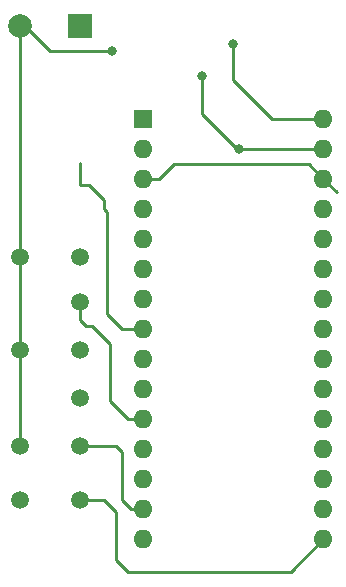
<source format=gbr>
%TF.GenerationSoftware,KiCad,Pcbnew,(5.1.9)-1*%
%TF.CreationDate,2023-04-30T12:58:08+02:00*%
%TF.ProjectId,NANO_Bot,4e414e4f-5f42-46f7-942e-6b696361645f,rev?*%
%TF.SameCoordinates,Original*%
%TF.FileFunction,Copper,L2,Bot*%
%TF.FilePolarity,Positive*%
%FSLAX46Y46*%
G04 Gerber Fmt 4.6, Leading zero omitted, Abs format (unit mm)*
G04 Created by KiCad (PCBNEW (5.1.9)-1) date 2023-04-30 12:58:08*
%MOMM*%
%LPD*%
G01*
G04 APERTURE LIST*
%TA.AperFunction,ComponentPad*%
%ADD10C,1.500000*%
%TD*%
%TA.AperFunction,ComponentPad*%
%ADD11R,1.600000X1.600000*%
%TD*%
%TA.AperFunction,ComponentPad*%
%ADD12O,1.600000X1.600000*%
%TD*%
%TA.AperFunction,ComponentPad*%
%ADD13C,2.000000*%
%TD*%
%TA.AperFunction,ComponentPad*%
%ADD14R,2.000000X2.000000*%
%TD*%
%TA.AperFunction,ViaPad*%
%ADD15C,0.800000*%
%TD*%
%TA.AperFunction,Conductor*%
%ADD16C,0.250000*%
%TD*%
G04 APERTURE END LIST*
D10*
%TO.P,LP_rund,1*%
%TO.N,Net-(A1-Pad27)*%
X111506000Y-344932000D03*
%TD*%
%TO.P,LP_rund,1*%
%TO.N,Net-(A1-Pad29)*%
X111506000Y-340360000D03*
%TD*%
%TO.P,LP_rund,1*%
%TO.N,Net-(A1-Pad16)*%
X116586000Y-344932000D03*
%TD*%
%TO.P,LP_rund,1*%
%TO.N,Net-(A1-Pad13)*%
X116586000Y-336296000D03*
%TD*%
%TO.P,LP_rund,1*%
%TO.N,Net-(A1-Pad12)*%
X116586000Y-332232000D03*
%TD*%
%TO.P,LP_rund,1*%
%TO.N,Net-(A1-Pad14)*%
X116586000Y-340360000D03*
%TD*%
%TO.P,LP_rund,1*%
%TO.N,Net-(A1-Pad11)*%
X116586000Y-328168000D03*
%TD*%
%TO.P,LP_rund,1*%
%TO.N,Net-(A1-Pad10)*%
X116586000Y-324394284D03*
%TD*%
%TO.P,LP_rund,1*%
%TO.N,Net-(A1-Pad29)*%
X111506000Y-332232000D03*
%TD*%
%TO.P,LP_rund,1*%
%TO.N,Net-(A1-Pad29)*%
X111506000Y-324394284D03*
%TD*%
D11*
%TO.P,A1,1*%
%TO.N,Net-(A1-Pad1)*%
X121951001Y-312695001D03*
D12*
%TO.P,A1,17*%
%TO.N,Net-(A1-Pad17)*%
X137191001Y-345715001D03*
%TO.P,A1,2*%
%TO.N,Net-(A1-Pad2)*%
X121951001Y-315235001D03*
%TO.P,A1,18*%
%TO.N,Net-(A1-Pad18)*%
X137191001Y-343175001D03*
%TO.P,A1,3*%
%TO.N,Net-(A1-Pad28)*%
X121951001Y-317775001D03*
%TO.P,A1,19*%
%TO.N,Net-(A1-Pad19)*%
X137191001Y-340635001D03*
%TO.P,A1,4*%
%TO.N,Net-(A1-Pad29)*%
X121951001Y-320315001D03*
%TO.P,A1,20*%
%TO.N,Net-(A1-Pad20)*%
X137191001Y-338095001D03*
%TO.P,A1,5*%
%TO.N,Net-(A1-Pad5)*%
X121951001Y-322855001D03*
%TO.P,A1,21*%
%TO.N,Net-(A1-Pad21)*%
X137191001Y-335555001D03*
%TO.P,A1,6*%
%TO.N,Net-(A1-Pad6)*%
X121951001Y-325395001D03*
%TO.P,A1,22*%
%TO.N,Net-(A1-Pad22)*%
X137191001Y-333015001D03*
%TO.P,A1,7*%
%TO.N,Net-(A1-Pad7)*%
X121951001Y-327935001D03*
%TO.P,A1,23*%
%TO.N,Net-(A1-Pad23)*%
X137191001Y-330475001D03*
%TO.P,A1,8*%
%TO.N,Net-(A1-Pad8)*%
X121951001Y-330475001D03*
%TO.P,A1,24*%
%TO.N,Net-(A1-Pad24)*%
X137191001Y-327935001D03*
%TO.P,A1,9*%
%TO.N,Net-(A1-Pad9)*%
X121951001Y-333015001D03*
%TO.P,A1,25*%
%TO.N,Net-(A1-Pad25)*%
X137191001Y-325395001D03*
%TO.P,A1,10*%
%TO.N,Net-(A1-Pad10)*%
X121951001Y-335555001D03*
%TO.P,A1,26*%
%TO.N,Net-(A1-Pad26)*%
X137191001Y-322855001D03*
%TO.P,A1,11*%
%TO.N,Net-(A1-Pad11)*%
X121951001Y-338095001D03*
%TO.P,A1,27*%
%TO.N,Net-(A1-Pad27)*%
X137191001Y-320315001D03*
%TO.P,A1,12*%
%TO.N,Net-(A1-Pad12)*%
X121951001Y-340635001D03*
%TO.P,A1,28*%
%TO.N,Net-(A1-Pad28)*%
X137191001Y-317775001D03*
%TO.P,A1,13*%
%TO.N,Net-(A1-Pad13)*%
X121951001Y-343175001D03*
%TO.P,A1,29*%
%TO.N,Net-(A1-Pad29)*%
X137191001Y-315235001D03*
%TO.P,A1,14*%
%TO.N,Net-(A1-Pad14)*%
X121951001Y-345715001D03*
%TO.P,A1,30*%
%TO.N,Net-(A1-Pad30)*%
X137191001Y-312695001D03*
%TO.P,A1,15*%
%TO.N,Net-(A1-Pad15)*%
X121951001Y-348255001D03*
%TO.P,A1,16*%
%TO.N,Net-(A1-Pad16)*%
X137191001Y-348255001D03*
%TD*%
D13*
%TO.P,GND,1*%
%TO.N,Net-(A1-Pad29)*%
X111506000Y-304800000D03*
D14*
%TO.P,GND,2*%
%TO.N,Net-(A1-Pad30)*%
X116586000Y-304800000D03*
%TD*%
D15*
%TO.N,Net-(A1-Pad29)*%
X126920000Y-309110000D03*
X119320000Y-306920000D03*
X130069001Y-315235001D03*
%TO.N,Net-(A1-Pad30)*%
X129540000Y-306324000D03*
%TD*%
D16*
%TO.N,Net-(A1-Pad28)*%
X138316002Y-318900002D02*
X137191001Y-317775001D01*
X121951001Y-317775001D02*
X123254999Y-317775001D01*
X123254999Y-317775001D02*
X124510000Y-316520000D01*
X135936000Y-316520000D02*
X137191001Y-317775001D01*
X124510000Y-316520000D02*
X135936000Y-316520000D01*
%TO.N,Net-(A1-Pad29)*%
X126920000Y-312300000D02*
X126920000Y-309110000D01*
X129855001Y-315235001D02*
X126920000Y-312300000D01*
X119320000Y-306920000D02*
X114070000Y-306920000D01*
X111950000Y-304800000D02*
X111506000Y-304800000D01*
X114070000Y-306920000D02*
X111950000Y-304800000D01*
X111506000Y-304800000D02*
X111506000Y-308864000D01*
X111506000Y-308864000D02*
X111506000Y-312420000D01*
X111506000Y-312420000D02*
X111506000Y-314960000D01*
X111506000Y-314960000D02*
X111506000Y-317500000D01*
X111506000Y-317500000D02*
X111506000Y-320040000D01*
X111506000Y-320040000D02*
X111506000Y-322580000D01*
X111506000Y-322580000D02*
X111506000Y-325120000D01*
X111506000Y-325120000D02*
X111506000Y-327660000D01*
X111506000Y-327660000D02*
X111506000Y-330200000D01*
X111506000Y-330200000D02*
X111506000Y-332740000D01*
X111506000Y-332740000D02*
X111506000Y-335280000D01*
X111506000Y-335280000D02*
X111506000Y-337820000D01*
X111506000Y-337820000D02*
X111506000Y-340360000D01*
X130069001Y-315235001D02*
X129855001Y-315235001D01*
X137191001Y-315235001D02*
X130069001Y-315235001D01*
%TO.N,Net-(A1-Pad8)*%
X121951001Y-330475001D02*
X120163001Y-330475001D01*
X120163001Y-330475001D02*
X118872000Y-329184000D01*
X118872000Y-329184000D02*
X118872000Y-320548000D01*
X118872000Y-320548000D02*
X118618000Y-320294000D01*
X118618000Y-320294000D02*
X118618000Y-319532000D01*
X118618000Y-319532000D02*
X117348000Y-318262000D01*
X116586000Y-316411428D02*
X116586000Y-318262000D01*
X116586000Y-318262000D02*
X117348000Y-318262000D01*
%TO.N,Net-(A1-Pad11)*%
X121951001Y-338095001D02*
X120671001Y-338095001D01*
X120671001Y-338095001D02*
X119126000Y-336550000D01*
X119126000Y-336550000D02*
X119126000Y-331724000D01*
X119126000Y-331724000D02*
X117602000Y-330200000D01*
X117602000Y-330200000D02*
X117094000Y-330200000D01*
X116586000Y-329692000D02*
X116586000Y-328168000D01*
X117094000Y-330200000D02*
X116586000Y-329692000D01*
%TO.N,Net-(A1-Pad14)*%
X116586000Y-340360000D02*
X119634000Y-340360000D01*
X119634000Y-340360000D02*
X120142000Y-340868000D01*
X120142000Y-340868000D02*
X120142000Y-344932000D01*
X120925001Y-345715001D02*
X121951001Y-345715001D01*
X120142000Y-344932000D02*
X120925001Y-345715001D01*
%TO.N,Net-(A1-Pad30)*%
X137191001Y-312695001D02*
X132863001Y-312695001D01*
X129540000Y-309372000D02*
X129540000Y-306324000D01*
X132863001Y-312695001D02*
X129540000Y-309372000D01*
%TO.N,Net-(A1-Pad16)*%
X137191001Y-348255001D02*
X134418002Y-351028000D01*
X134418002Y-351028000D02*
X120650000Y-351028000D01*
X120650000Y-351028000D02*
X119634000Y-350012000D01*
X119634000Y-350012000D02*
X119634000Y-345948000D01*
X118618000Y-344932000D02*
X116586000Y-344932000D01*
X119634000Y-345948000D02*
X118618000Y-344932000D01*
%TD*%
M02*

</source>
